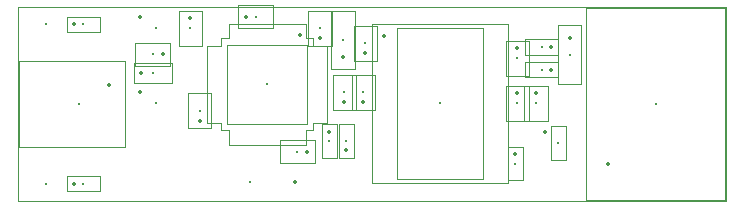
<source format=gbr>
G04 --- HEADER BEGIN --- *
G04 #@! TF.GenerationSoftware,LibrePCB,LibrePCB,0.2.0-unstable*
G04 #@! TF.CreationDate,2023-07-28T15:29:53*
G04 #@! TF.ProjectId,can2usb,565da67e-d1db-4e60-9fc1-0ba8a5c8bd0e,v1*
G04 #@! TF.Part,Single*
G04 #@! TF.SameCoordinates*
G04 #@! TF.FileFunction,Component,L1,Top*
%FSLAX66Y66*%
%MOMM*%
G01*
G75*
G04 --- HEADER END --- *
G04 --- APERTURE LIST BEGIN --- *
G04 #@! TA.AperFunction,Profile*
%ADD10C,0.001*%
G04 #@! TA.AperFunction,ComponentMain*
%ADD11C,0.3*%
G04 #@! TA.AperFunction,ComponentOutline,Courtyard*
%ADD12C,0.1*%
G04 #@! TA.AperFunction,ComponentPin*
%ADD13C,0*%
%ADD14P,0.36X4X0.0*%
G04 #@! TA.AperFunction,ComponentOutline,Body*
%ADD15C,0.1*%
G04 #@! TD*
G04 --- APERTURE LIST END --- *
G04 --- BOARD BEGIN --- *
D10*
X0Y0D02*
X60000000Y0D01*
X60000000Y16440000D01*
X0Y16440000D01*
X0Y0D01*
D11*
G04 #@! TO.C,C2*
G04 #@! TO.CVal,1μF*
G04 #@! TO.CMnt,SMD*
G04 #@! TO.CFtp,C-0603*
G04 #@! TO.CRot,270.0*
X14605000Y14642000D03*
D12*
X15588000Y13169000D02*
X13622000Y13169000D01*
X13622000Y16115000D01*
X15588000Y16115000D01*
X15588000Y13169000D01*
D13*
G04 #@! TO.P,C2,2,2*
X14605000Y13792000D03*
D14*
G04 #@! TO.P,C2,1,1*
X14605000Y15492000D03*
D11*
G04 #@! TD.P*
G04 #@! TO.C,C1*
G04 #@! TO.CRot,180.0*
X11430000Y12419500D03*
D12*
X9957000Y11436500D02*
X9957000Y13402500D01*
X12903000Y13402500D01*
X12903000Y11436500D01*
X9957000Y11436500D01*
D13*
G04 #@! TO.P,C1,2,2*
X10580000Y12419500D03*
D14*
G04 #@! TO.P,C1,1,1*
X12280000Y12419500D03*
D11*
G04 #@! TD.P*
G04 #@! TO.C,C8*
G04 #@! TO.CVal,100nF*
G04 #@! TO.CRot,90.0*
X29415000Y13356000D03*
D12*
X28432000Y14829000D02*
X30398000Y14829000D01*
X30398000Y11883000D01*
X28432000Y11883000D01*
X28432000Y14829000D01*
D13*
G04 #@! TO.P,C8,2,2*
X29415000Y14206000D03*
D14*
G04 #@! TO.P,C8,1,1*
X29415000Y12506000D03*
D11*
G04 #@! TD.P*
G04 #@! TD.CVal*
G04 #@! TO.C,J3*
G04 #@! TO.CMnt,TH*
G04 #@! TO.CFtp,Pin Header 2.54mm 1x04 ⌀1.0mm*
G04 #@! TO.CRot,270.0*
X19685000Y1625500D03*
D13*
G04 #@! TO.P,J3,2,2*
X20955000Y1625500D03*
D14*
G04 #@! TO.P,J3,1,1*
X23495000Y1625500D03*
D13*
G04 #@! TO.P,J3,4,4*
X15875000Y1625500D03*
G04 #@! TO.P,J3,3,3*
X18415000Y1625500D03*
D11*
G04 #@! TD.P*
G04 #@! TO.C,U1*
G04 #@! TO.CVal,STM32F042C4T6*
G04 #@! TO.CMnt,SMD*
G04 #@! TO.CMPN,STM32F042C4T6*
G04 #@! TO.CFtp,LQFP50P900X900X140-48*
X21113750Y9880000D03*
D15*
X24488750Y6505000D02*
X17738750Y6505000D01*
X17738750Y13255000D01*
X24488750Y13255000D01*
X24488750Y6505000D01*
D12*
X26213750Y13140000D02*
X26213750Y6620000D01*
X25013750Y6620000D01*
X25013750Y5980000D01*
X24373750Y5980000D01*
X24373750Y4780000D01*
X17853750Y4780000D01*
X17853750Y5980000D01*
X17213750Y5980000D01*
X17213750Y6620000D01*
X16013750Y6620000D01*
X16013750Y13140000D01*
X17213750Y13140000D01*
X17213750Y13780000D01*
X17853750Y13780000D01*
X17853750Y14980000D01*
X24373750Y14980000D01*
X24373750Y13780000D01*
X25013750Y13780000D01*
X25013750Y13140000D01*
X26213750Y13140000D01*
D13*
G04 #@! TO.P,U1,39,PB3*
X25263750Y8130000D03*
G04 #@! TO.P,U1,47,VSS*
X25263750Y12130000D03*
G04 #@! TO.P,U1,46,PB9*
X25263750Y11630000D03*
G04 #@! TO.P,U1,22,PB11*
X16963750Y8130000D03*
G04 #@! TO.P,U1,32,PA11*
X21863750Y5730000D03*
G04 #@! TO.P,U1,15,PA5*
X16963750Y11630000D03*
G04 #@! TO.P,U1,24,VDD*
X16963750Y7130000D03*
G04 #@! TO.P,U1,25,PB12*
X18363750Y5730000D03*
G04 #@! TO.P,U1,41,PB5*
X25263750Y9130000D03*
G04 #@! TO.P,U1,37,PA14*
X25263750Y7130000D03*
G04 #@! TO.P,U1,12,PA2*
X18363750Y14030000D03*
G04 #@! TO.P,U1,33,PA12*
X22363750Y5730000D03*
G04 #@! TO.P,U1,45,PB8*
X25263750Y11130000D03*
G04 #@! TO.P,U1,4,PC15-OSC32_OUT*
X22363750Y14030000D03*
G04 #@! TO.P,U1,9,VDDA*
X19863750Y14030000D03*
G04 #@! TO.P,U1,21,PB10*
X16963750Y8630000D03*
G04 #@! TO.P,U1,16,PA6*
X16963750Y11130000D03*
G04 #@! TO.P,U1,14,PA4*
X16963750Y12130000D03*
G04 #@! TO.P,U1,10,PA0*
X19363750Y14030000D03*
G04 #@! TO.P,U1,30,PA9*
X20863750Y5730000D03*
G04 #@! TO.P,U1,11,PA1*
X18863750Y14030000D03*
G04 #@! TO.P,U1,23,VSS*
X16963750Y7630000D03*
D14*
G04 #@! TO.P,U1,1,VBAT*
X23863750Y14030000D03*
D13*
G04 #@! TO.P,U1,29,PA8*
X20363750Y5730000D03*
G04 #@! TO.P,U1,40,PB4*
X25263750Y8630000D03*
G04 #@! TO.P,U1,6,PF1-OSC_OUT*
X21363750Y14030000D03*
G04 #@! TO.P,U1,7,NRST*
X20863750Y14030000D03*
G04 #@! TO.P,U1,26,PB13*
X18863750Y5730000D03*
G04 #@! TO.P,U1,19,PB1*
X16963750Y9630000D03*
G04 #@! TO.P,U1,2,PC13*
X23363750Y14030000D03*
G04 #@! TO.P,U1,48,VDD*
X25263750Y12630000D03*
G04 #@! TO.P,U1,38,PA15*
X25263750Y7630000D03*
G04 #@! TO.P,U1,27,PB14*
X19363750Y5730000D03*
G04 #@! TO.P,U1,34,PA13*
X22863750Y5730000D03*
G04 #@! TO.P,U1,5,PF0-OSC_IN*
X21863750Y14030000D03*
G04 #@! TO.P,U1,20,PB2*
X16963750Y9130000D03*
G04 #@! TO.P,U1,18,PB0*
X16963750Y10130000D03*
G04 #@! TO.P,U1,8,VSSA*
X20363750Y14030000D03*
G04 #@! TO.P,U1,42,PB6*
X25263750Y9630000D03*
G04 #@! TO.P,U1,36,VDDIO2*
X23863750Y5730000D03*
G04 #@! TO.P,U1,44,PF11*
X25263750Y10630000D03*
G04 #@! TO.P,U1,17,PA7*
X16963750Y10630000D03*
G04 #@! TO.P,U1,3,PC14-OSC32_IN*
X22863750Y14030000D03*
G04 #@! TO.P,U1,35,VSS*
X23363750Y5730000D03*
G04 #@! TO.P,U1,28,PB15*
X19863750Y5730000D03*
G04 #@! TO.P,U1,13,PA3*
X16963750Y12630000D03*
G04 #@! TO.P,U1,43,PB7*
X25263750Y10130000D03*
G04 #@! TO.P,U1,31,PA10*
X21363750Y5730000D03*
D11*
G04 #@! TD.P*
G04 #@! TD.CMPN*
G04 #@! TO.C,C9*
G04 #@! TO.CVal,100nF*
G04 #@! TO.CFtp,C-0603*
G04 #@! TO.CRot,90.0*
X27666000Y9222000D03*
D12*
X26683000Y10695000D02*
X28649000Y10695000D01*
X28649000Y7749000D01*
X26683000Y7749000D01*
X26683000Y10695000D01*
D13*
G04 #@! TO.P,C9,2,2*
X27666000Y10072000D03*
D14*
G04 #@! TO.P,C9,1,1*
X27666000Y8372000D03*
D11*
G04 #@! TD.P*
G04 #@! TO.C,F1*
G04 #@! TO.CVal,0ZCK0035FF2G*
G04 #@! TO.CMPN,0ZCK0035FF2G*
G04 #@! TO.CFtp,RESC2012 (0805)*
G04 #@! TO.CRot,0.0*
X11430000Y10832000D03*
D12*
X9830000Y11707000D02*
X13030000Y11707000D01*
X13030000Y9957000D01*
X9830000Y9957000D01*
X9830000Y11707000D01*
D13*
G04 #@! TO.P,F1,2,2*
X12405000Y10832000D03*
D14*
G04 #@! TO.P,F1,1,1*
X10455000Y10832000D03*
D11*
G04 #@! TD.P*
G04 #@! TD.CMPN*
G04 #@! TO.C,R1*
G04 #@! TO.CVal,10kΩ*
G04 #@! TO.CFtp,RESC1608 (0603)*
G04 #@! TO.CRot,90.0*
X27825000Y5088000D03*
D12*
X27175000Y3688000D02*
X27175000Y6488000D01*
X28475000Y6488000D01*
X28475000Y3688000D01*
X27175000Y3688000D01*
D13*
G04 #@! TO.P,R1,2,2*
X27825000Y5863000D03*
D14*
G04 #@! TO.P,R1,1,1*
X27825000Y4313000D03*
D11*
G04 #@! TD.P*
G04 #@! TO.C,J2*
G04 #@! TO.CVal,STLZ950/3G-5.08-H-GREEN*
G04 #@! TO.CMnt,TH*
G04 #@! TO.CMPN,STLZ950/3G-5.08-H-GREEN*
G04 #@! TO.CFtp,PTR STLZ950/3G-5.08-H-GREEN*
G04 #@! TO.CRot,180.0*
X54000000Y8220000D03*
D15*
X59900000Y100000D02*
X48100000Y100000D01*
X48100000Y16340000D01*
X59900000Y16340000D01*
X59900000Y100000D01*
D14*
G04 #@! TO.P,J2,1,1*
X50000000Y3140000D03*
D13*
G04 #@! TO.P,J2,2,2*
X50000000Y8220000D03*
G04 #@! TO.P,J2,3,3*
X50000000Y13300000D03*
D11*
G04 #@! TD.P*
G04 #@! TO.C,LED2*
G04 #@! TO.CVal,OSRAM LY R976-PS-36 Yellow*
G04 #@! TO.CMnt,SMD*
G04 #@! TO.CMPN,LY R976-PS-36*
G04 #@! TO.CFtp,OSRAM CHIPLED 0805 Diffused*
G04 #@! TO.CRot,0.0*
X2381250Y1466500D03*
D13*
G04 #@! TO.P,LED2,A,A*
X3431250Y1466500D03*
G04 #@! TO.P,LED2,C,C*
X1331250Y1466500D03*
D11*
G04 #@! TD.P*
G04 #@! TD.CMPN*
G04 #@! TO.C,R15*
G04 #@! TO.CVal,680Ω*
G04 #@! TO.CFtp,RESC1608 (0603)*
X5556250Y1466500D03*
D12*
X4156250Y2116500D02*
X6956250Y2116500D01*
X6956250Y816500D01*
X4156250Y816500D01*
X4156250Y2116500D01*
D13*
G04 #@! TO.P,R15,2,2*
X6331250Y1466500D03*
D14*
G04 #@! TO.P,R15,1,1*
X4781250Y1466500D03*
D11*
G04 #@! TD.P*
G04 #@! TO.C,D1*
G04 #@! TO.CVal,PESD1CAN\u002C215*
G04 #@! TO.CMPN,PESD1CAN\u002C215*
G04 #@! TO.CFtp,SOT23-3*
X45772166Y4936300D03*
D15*
X46432566Y6358700D02*
X45111766Y6358700D01*
X45111766Y3513900D01*
X46432566Y3513900D01*
X46432566Y6358700D01*
D13*
G04 #@! TO.P,D1,2,2*
X44672166Y3986300D03*
G04 #@! TO.P,D1,3,COM*
X46872166Y4936300D03*
D14*
G04 #@! TO.P,D1,1,1*
X44672166Y5886300D03*
D11*
G04 #@! TD.P*
G04 #@! TD.CMPN*
G04 #@! TO.C,C7*
G04 #@! TO.CVal,10μF*
G04 #@! TO.CFtp,C-1206*
G04 #@! TO.CRot,90.0*
X27548750Y13640250D03*
D12*
X26565750Y16113250D02*
X28531750Y16113250D01*
X28531750Y11167250D01*
X26565750Y11167250D01*
X26565750Y16113250D01*
D13*
G04 #@! TO.P,C7,2,2*
X27548750Y15040250D03*
D14*
G04 #@! TO.P,C7,1,1*
X27548750Y12240250D03*
D11*
G04 #@! TD.P*
G04 #@! TO.C,C13*
G04 #@! TO.CVal,100nF*
G04 #@! TO.CFtp,C-0603*
G04 #@! TO.CRot,270.0*
X43884000Y8268000D03*
D12*
X44867000Y6795000D02*
X42901000Y6795000D01*
X42901000Y9741000D01*
X44867000Y9741000D01*
X44867000Y6795000D01*
D13*
G04 #@! TO.P,C13,2,2*
X43884000Y7418000D03*
D14*
G04 #@! TO.P,C13,1,1*
X43884000Y9118000D03*
D11*
G04 #@! TD.P*
G04 #@! TO.C,U3*
G04 #@! TO.CVal,ADM3057ETRWZ*
G04 #@! TO.CMPN,ADM3057ETRWZ*
G04 #@! TO.CFtp,SOIC127P1030X265-20*
G04 #@! TO.CRot,0.0*
X35775000Y8268000D03*
D12*
X30025000Y15033000D02*
X41525000Y15033000D01*
X41525000Y1503000D01*
X30025000Y1503000D01*
X30025000Y15033000D01*
D15*
X32150000Y14658000D02*
X39400000Y14658000D01*
X39400000Y1878000D01*
X32150000Y1878000D01*
X32150000Y14658000D01*
D13*
G04 #@! TO.P,U3,3,VCC*
X31043000Y11443000D03*
G04 #@! TO.P,U3,5,RXD*
X31043000Y8903000D03*
G04 #@! TO.P,U3,11,GND2*
X40507000Y2553000D03*
G04 #@! TO.P,U3,19,V_ISOOUT*
X40507000Y12713000D03*
G04 #@! TO.P,U3,9,AUX_IN*
X31043000Y3823000D03*
G04 #@! TO.P,U3,12,R_S*
X40507000Y3823000D03*
G04 #@! TO.P,U3,20,GND_ISO*
X40507000Y13983000D03*
G04 #@! TO.P,U3,13,CANL*
X40507000Y5093000D03*
G04 #@! TO.P,U3,16,V_ISOIN*
X40507000Y8903000D03*
G04 #@! TO.P,U3,14,CANH*
X40507000Y6363000D03*
G04 #@! TO.P,U3,17,AUX_OUT*
X40507000Y10173000D03*
G04 #@! TO.P,U3,15,GND2*
X40507000Y7633000D03*
G04 #@! TO.P,U3,2,GND1*
X31043000Y12713000D03*
G04 #@! TO.P,U3,8,STBY*
X31043000Y5093000D03*
G04 #@! TO.P,U3,4,V_IO*
X31043000Y10173000D03*
G04 #@! TO.P,U3,18,GND_ISO*
X40507000Y11443000D03*
G04 #@! TO.P,U3,7,TXD*
X31043000Y6363000D03*
D14*
G04 #@! TO.P,U3,1,GND1*
X31043000Y13983000D03*
D13*
G04 #@! TO.P,U3,10,GND1*
X31043000Y2553000D03*
G04 #@! TO.P,U3,6,SILENT*
X31043000Y7633000D03*
D11*
G04 #@! TD.P*
G04 #@! TD.CMPN*
G04 #@! TO.C,R10*
G04 #@! TO.CVal,680Ω*
G04 #@! TO.CFtp,RESC1608 (0603)*
X5556250Y14959750D03*
D12*
X4156250Y15609750D02*
X6956250Y15609750D01*
X6956250Y14309750D01*
X4156250Y14309750D01*
X4156250Y15609750D01*
D13*
G04 #@! TO.P,R10,2,2*
X6331250Y14959750D03*
D14*
G04 #@! TO.P,R10,1,1*
X4781250Y14959750D03*
D11*
G04 #@! TD.P*
G04 #@! TO.C,C14*
G04 #@! TO.CVal,10nF*
G04 #@! TO.CFtp,C-0603*
G04 #@! TO.CRot,270.0*
X42294000Y8268000D03*
D12*
X43277000Y6795000D02*
X41311000Y6795000D01*
X41311000Y9741000D01*
X43277000Y9741000D01*
X43277000Y6795000D01*
D13*
G04 #@! TO.P,C14,2,2*
X42294000Y7418000D03*
D14*
G04 #@! TO.P,C14,1,1*
X42294000Y9118000D03*
D11*
G04 #@! TD.P*
G04 #@! TO.C,L2*
G04 #@! TO.CVal,BK1608LM182-T*
G04 #@! TO.CMPN,BK1608LM182-T*
G04 #@! TO.CFtp,RESC1608 (0603)*
G04 #@! TO.CRot,180.0*
X44361000Y11130000D03*
D12*
X45761000Y10480000D02*
X42961000Y10480000D01*
X42961000Y11780000D01*
X45761000Y11780000D01*
X45761000Y10480000D01*
D13*
G04 #@! TO.P,L2,2,2*
X43586000Y11130000D03*
D14*
G04 #@! TO.P,L2,1,1*
X45136000Y11130000D03*
D11*
G04 #@! TD.P*
G04 #@! TO.C,L1*
X44361000Y13038000D03*
D12*
X45761000Y12388000D02*
X42961000Y12388000D01*
X42961000Y13688000D01*
X45761000Y13688000D01*
X45761000Y12388000D01*
D13*
G04 #@! TO.P,L1,2,2*
X43586000Y13038000D03*
D14*
G04 #@! TO.P,L1,1,1*
X45136000Y13038000D03*
D11*
G04 #@! TD.P*
G04 #@! TD.CMPN*
G04 #@! TO.C,C3*
G04 #@! TO.CVal,100nF*
G04 #@! TO.CFtp,C-0603*
G04 #@! TO.CRot,90.0*
X25599000Y14628000D03*
D12*
X24616000Y16101000D02*
X26582000Y16101000D01*
X26582000Y13155000D01*
X24616000Y13155000D01*
X24616000Y16101000D01*
D13*
G04 #@! TO.P,C3,2,2*
X25599000Y15478000D03*
D14*
G04 #@! TO.P,C3,1,1*
X25599000Y13778000D03*
D11*
G04 #@! TD.P*
G04 #@! TO.C,R2*
G04 #@! TO.CVal,dnm*
G04 #@! TO.CFtp,RESC1608 (0603)*
G04 #@! TO.CRot,270.0*
X26394000Y5088000D03*
D12*
X27044000Y6488000D02*
X27044000Y3688000D01*
X25744000Y3688000D01*
X25744000Y6488000D01*
X27044000Y6488000D01*
D13*
G04 #@! TO.P,R2,2,2*
X26394000Y4313000D03*
D14*
G04 #@! TO.P,R2,1,1*
X26394000Y5863000D03*
D11*
G04 #@! TD.P*
G04 #@! TO.C,C5*
G04 #@! TO.CVal,100nF*
G04 #@! TO.CFtp,C-0603*
G04 #@! TO.CRot,90.0*
X15398750Y7658000D03*
D12*
X14415750Y9131000D02*
X16381750Y9131000D01*
X16381750Y6185000D01*
X14415750Y6185000D01*
X14415750Y9131000D01*
D13*
G04 #@! TO.P,C5,2,2*
X15398750Y8508000D03*
D14*
G04 #@! TO.P,C5,1,1*
X15398750Y6808000D03*
D11*
G04 #@! TD.P*
G04 #@! TO.C,C12*
G04 #@! TO.CVal,220nF*
G04 #@! TO.CRot,270.0*
X42294000Y12084000D03*
D12*
X43277000Y10611000D02*
X41311000Y10611000D01*
X41311000Y13557000D01*
X43277000Y13557000D01*
X43277000Y10611000D01*
D13*
G04 #@! TO.P,C12,2,2*
X42294000Y11234000D03*
D14*
G04 #@! TO.P,C12,1,1*
X42294000Y12934000D03*
D11*
G04 #@! TD.P*
G04 #@! TO.C,LED1*
G04 #@! TO.CVal,OSRAM LG R971-KN-1 Green*
G04 #@! TO.CMPN,LG R971-KN-1*
G04 #@! TO.CFtp,OSRAM CHIPLED 0805 Diffused*
G04 #@! TO.CRot,0.0*
X2381250Y14959750D03*
D13*
G04 #@! TO.P,LED1,A,A*
X3431250Y14959750D03*
G04 #@! TO.P,LED1,C,C*
X1331250Y14959750D03*
D11*
G04 #@! TD.P*
G04 #@! TO.C,U4*
G04 #@! TO.CVal,USBLC6-2SC6*
G04 #@! TO.CMPN,USBLC6-2SC6*
G04 #@! TO.CFtp,SOT95P280X145-6*
X11747500Y8292000D03*
D13*
G04 #@! TO.P,U4,5,VBUS*
X13147500Y8292000D03*
G04 #@! TO.P,U4,2,GND*
X10347500Y8292000D03*
G04 #@! TO.P,U4,6,OUT1*
X13147500Y9242000D03*
D14*
G04 #@! TO.P,U4,1,IN1*
X10347500Y9242000D03*
D13*
G04 #@! TO.P,U4,3,IN2*
X10347500Y7342000D03*
G04 #@! TO.P,U4,4,OUT2*
X13147500Y7342000D03*
D11*
G04 #@! TD.P*
G04 #@! TD.CMPN*
G04 #@! TO.C,C10*
G04 #@! TO.CVal,10nF*
G04 #@! TO.CFtp,C-0603*
G04 #@! TO.CRot,90.0*
X29256000Y9222000D03*
D12*
X28273000Y10695000D02*
X30239000Y10695000D01*
X30239000Y7749000D01*
X28273000Y7749000D01*
X28273000Y10695000D01*
D13*
G04 #@! TO.P,C10,2,2*
X29256000Y10072000D03*
D14*
G04 #@! TO.P,C10,1,1*
X29256000Y8372000D03*
D11*
G04 #@! TD.P*
G04 #@! TO.C,U2*
G04 #@! TO.CVal,AP7370-33W5-7*
G04 #@! TO.CMPN,AP7370-33W5-7*
G04 #@! TO.CFtp,SOT95P280X145-5*
G04 #@! TO.CRot,0.0*
X11747500Y14642000D03*
D13*
G04 #@! TO.P,U2,5,OUT*
X13147500Y15592000D03*
G04 #@! TO.P,U2,3*
X10347500Y13692000D03*
G04 #@! TO.P,U2,2,GND*
X10347500Y14642000D03*
D14*
G04 #@! TO.P,U2,1,IN*
X10347500Y15592000D03*
D13*
G04 #@! TO.P,U2,4*
X13147500Y13692000D03*
D11*
G04 #@! TD.P*
G04 #@! TO.C,J1*
G04 #@! TO.CVal,690-005-299-043*
G04 #@! TO.CMPN,690-005-299-043*
G04 #@! TO.CFtp,EDAC_690-005-299-043*
X5200000Y8220000D03*
D15*
X100000Y11870000D02*
X9100000Y11870000D01*
X9100000Y4570000D01*
X100000Y4570000D01*
X100000Y11870000D01*
D13*
G04 #@! TO.P,J1,SHIELD3,Shield*
X2250000Y3770000D03*
G04 #@! TO.P,J1,SHIELD2,Shield*
X7750000Y12670000D03*
G04 #@! TO.P,J1,SHIELD4,Shield*
X7750000Y3770000D03*
G04 #@! TO.P,J1,SHIELD1,Shield*
X2250000Y12670000D03*
G04 #@! TO.P,J1,2,D-*
X7750000Y9020000D03*
D14*
G04 #@! TO.P,J1,1,VBUS*
X7750000Y9820000D03*
D13*
G04 #@! TO.P,J1,3,D+*
X7750000Y8220000D03*
G04 #@! TO.P,J1,5,GND*
X7750000Y6620000D03*
G04 #@! TO.P,J1,4,ID*
X7750000Y7420000D03*
D11*
G04 #@! TD.P*
G04 #@! TD.CMPN*
G04 #@! TO.C,C11*
G04 #@! TO.CVal,10μF*
G04 #@! TO.CFtp,C-1206*
G04 #@! TO.CRot,270.0*
X46746000Y12402000D03*
D12*
X47729000Y9929000D02*
X45763000Y9929000D01*
X45763000Y14875000D01*
X47729000Y14875000D01*
X47729000Y9929000D01*
D13*
G04 #@! TO.P,C11,2,2*
X46746000Y11002000D03*
D14*
G04 #@! TO.P,C11,1,1*
X46746000Y13802000D03*
D11*
G04 #@! TD.P*
G04 #@! TO.C,R3*
G04 #@! TO.CVal,10kΩ*
G04 #@! TO.CFtp,RESC1608 (0603)*
X42135000Y3180000D03*
D12*
X42785000Y4580000D02*
X42785000Y1780000D01*
X41485000Y1780000D01*
X41485000Y4580000D01*
X42785000Y4580000D01*
D13*
G04 #@! TO.P,R3,2,2*
X42135000Y2405000D03*
D14*
G04 #@! TO.P,R3,1,1*
X42135000Y3955000D03*
D11*
G04 #@! TD.P*
G04 #@! TO.C,C6*
G04 #@! TO.CVal,100nF*
G04 #@! TO.CFtp,C-0603*
G04 #@! TO.CRot,0.0*
X20161250Y15595000D03*
D12*
X21634250Y16578000D02*
X21634250Y14612000D01*
X18688250Y14612000D01*
X18688250Y16578000D01*
X21634250Y16578000D01*
D13*
G04 #@! TO.P,C6,2,2*
X21011250Y15595000D03*
D14*
G04 #@! TO.P,C6,1,1*
X19311250Y15595000D03*
D11*
G04 #@! TD.P*
G04 #@! TO.C,C4*
G04 #@! TO.CRot,180.0*
X23653750Y4165000D03*
D12*
X22180750Y3182000D02*
X22180750Y5148000D01*
X25126750Y5148000D01*
X25126750Y3182000D01*
X22180750Y3182000D01*
D13*
G04 #@! TO.P,C4,2,2*
X22803750Y4165000D03*
D14*
G04 #@! TO.P,C4,1,1*
X24503750Y4165000D03*
G04 --- BOARD END --- *
G04 #@! TF.MD5,430d4b757fd8cc5a30f95a44675520cf*
M02*

</source>
